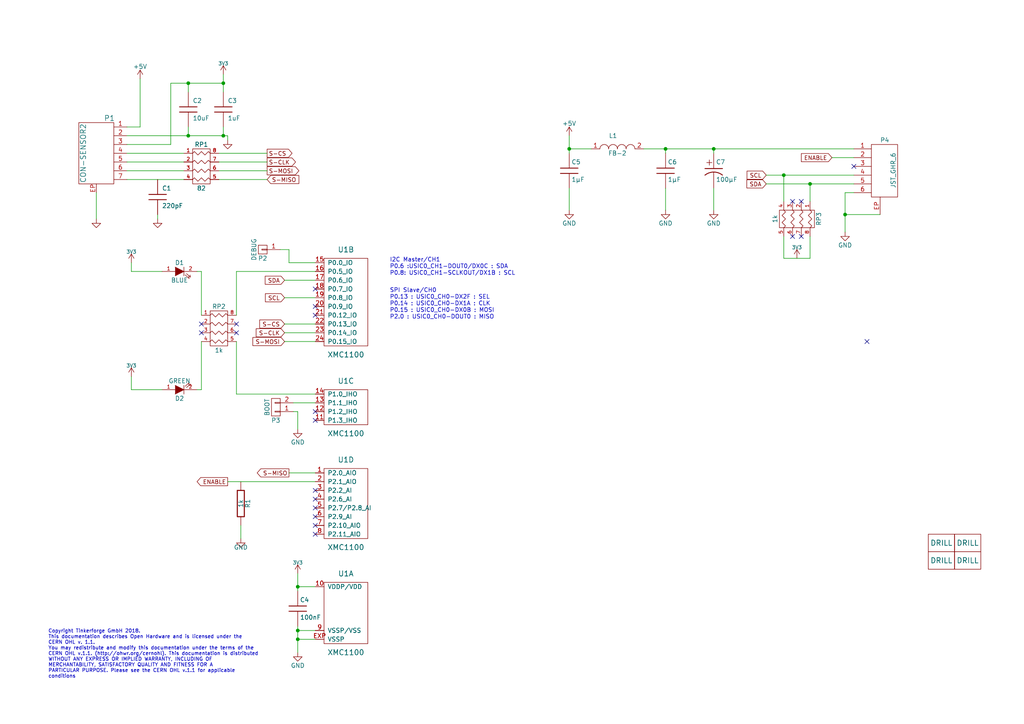
<source format=kicad_sch>
(kicad_sch (version 20211123) (generator eeschema)
  (paper "A4")
  (title_block (title "Laser Range Finder Bricklet 2.0") (date "2018-09-04") (rev "2.0") (company "Tinkerforge GmbH") (comment 1 "Licensed under CERN OHL v.1.1") (comment 2 "Copyright (©) 2018, T.Schneidermann <tim@tinkerforge.com>"))
  (lib_symbols
    (symbol "tinkerforge:+5V" (power) (pin_names (offset 0))
      (property "Value" "+5V" (at 0 3.556 0))
      (symbol "+5V_0_1"
        (polyline (pts (xy -0.762 1.27) (xy 0 2.54)))
        (polyline (pts (xy 0 0) (xy 0 2.54)))
        (polyline (pts (xy 0 2.54) (xy 0.762 1.27)))
      )
      (symbol "+5V_1_1"
        (pin power_in line (at 0 0 90) (length 0) hide (name "+5V") (number "1"))
      )
    )
    (symbol "tinkerforge:3V3" (power) (pin_names (offset 0))
      (property "Value" "3V3" (at 0 3.556 0))
      (symbol "3V3_0_1"
        (polyline (pts (xy -0.762 1.27) (xy 0 2.54)))
        (polyline (pts (xy 0 0) (xy 0 2.54)))
        (polyline (pts (xy 0 2.54) (xy 0.762 1.27)))
      )
      (symbol "3V3_1_1"
        (pin power_in line (at 0 0 90) (length 0) hide (name "3V3") (number "1"))
      )
    )
    (symbol "tinkerforge:C" (pin_numbers hide) (pin_names (offset 0.254))
      (property "Reference" "C" (at 1.27 2.54 0))
      (property "Value" "C" (at 1.27 -2.54 0))
      (symbol "C_0_1"
        (polyline (pts (xy -2.54 -0.762) (xy 2.54 -0.762)) (stroke (width 0.254)))
        (polyline (pts (xy -2.54 0.762) (xy 2.54 0.762)) (stroke (width 0.254)))
      )
      (symbol "C_1_1"
        (pin passive line (at 0 5.08 270) (length 4.318) (name "~") (number "1"))
        (pin passive line (at 0 -5.08 90) (length 4.318) (name "~") (number "2"))
      )
    )
    (symbol "tinkerforge:CON-SENSOR2" (pin_names (offset 1.016))
      (property "Reference" "P" (at -3.81 10.16 0))
      (property "Value" "CON-SENSOR2" (at 3.81 0 90))
      (symbol "CON-SENSOR2_0_1"
        (rectangle (start -5.08 8.89) (end 5.08 -8.89))
      )
      (symbol "CON-SENSOR2_1_1"
        (pin passive line (at -8.89 7.62 0) (length 3.81) (name "~") (number "1"))
        (pin passive line (at -8.89 5.08 0) (length 3.81) (name "~") (number "2"))
        (pin passive line (at -8.89 2.54 0) (length 3.81) (name "~") (number "3"))
        (pin passive line (at -8.89 0 0) (length 3.81) (name "~") (number "4"))
        (pin passive line (at -8.89 -2.54 0) (length 3.81) (name "~") (number "5"))
        (pin passive line (at -8.89 -5.08 0) (length 3.81) (name "~") (number "6"))
        (pin passive line (at -8.89 -7.62 0) (length 3.81) (name "~") (number "7"))
        (pin passive line (at 0 -11.43 90) (length 2.54) (name "~") (number "EP"))
      )
    )
    (symbol "tinkerforge:CONN_01X01" (pin_names (offset 1.016) hide)
      (property "Reference" "P" (at 0 2.54 0))
      (property "Value" "CONN_01X01" (at 2.54 0 90))
      (symbol "CONN_01X01_0_1"
        (rectangle (start -1.27 0.127) (end 0.254 -0.127))
        (rectangle (start -1.27 1.27) (end 1.27 -1.27))
      )
      (symbol "CONN_01X01_1_1"
        (pin passive line (at -5.08 0 0) (length 3.81) (name "P1") (number "1"))
      )
    )
    (symbol "tinkerforge:CONN_01X02" (pin_names (offset 1.016) hide)
      (property "Reference" "P" (at 0 3.81 0))
      (property "Value" "CONN_01X02" (at 2.54 0 90))
      (symbol "CONN_01X02_0_1"
        (rectangle (start -1.27 -1.143) (end 0.254 -1.397))
        (rectangle (start -1.27 1.397) (end 0.254 1.143))
        (rectangle (start -1.27 2.54) (end 1.27 -2.54))
      )
      (symbol "CONN_01X02_1_1"
        (pin passive line (at -5.08 1.27 0) (length 3.81) (name "P1") (number "1"))
        (pin passive line (at -5.08 -1.27 0) (length 3.81) (name "P2") (number "2"))
      )
    )
    (symbol "tinkerforge:CP1" (pin_numbers hide) (pin_names (offset 0.254) hide)
      (property "Reference" "C" (at 1.27 2.54 0))
      (property "Value" "CP1" (at 1.27 -2.54 0))
      (symbol "CP1_0_0"
        (text "+" (at -1.27 2.54 0) (effects (font (size 2.032 2.032))))
      )
      (symbol "CP1_0_1"
        (polyline (pts (xy 0 1.27) (xy 0 0.762) (xy 0 0.762)))
        (polyline (pts (xy 2.54 0.635) (xy -2.54 0.635) (xy -2.54 0.635)) (stroke (width 0.254)))
        (arc (start 2.54 -1.27) (mid 0 -0.379) (end -2.54 -1.27) (stroke (width 0.254)))
      )
      (symbol "CP1_1_1"
        (pin passive line (at 0 5.08 270) (length 3.81) (name "~") (number "1"))
        (pin passive line (at 0 -5.08 90) (length 4.572) (name "~") (number "2"))
      )
    )
    (symbol "tinkerforge:DRILL" (pin_numbers hide) (pin_names (offset 0) hide)
      (property "Value" "DRILL" (at 0 0 0))
      (symbol "DRILL_0_1"
        (rectangle (start -3.81 2.54) (end 3.81 -2.54))
      )
    )
    (symbol "tinkerforge:GND" (power) (pin_names (offset 0))
      (property "Value" "GND" (at 0 -5.08 0))
      (symbol "GND_0_1"
        (polyline (pts (xy 0 0) (xy 0 -1.27) (xy 1.27 -1.27) (xy 0 -2.54) (xy -1.27 -1.27) (xy 0 -1.27)))
      )
      (symbol "GND_1_1"
        (pin power_in line (at 0 0 270) (length 0) hide (name "GND") (number "1"))
      )
    )
    (symbol "tinkerforge:INDUCTOR" (pin_names (offset 1.016))
      (property "Reference" "L" (at 0 2.54 0))
      (property "Value" "INDUCTOR" (at 0 -2.54 0))
      (symbol "INDUCTOR_0_1"
        (arc (start -2.54 0) (mid -3.81 1.27) (end -5.08 0))
        (arc (start 0 0) (mid -1.27 1.27) (end -2.54 0))
        (arc (start 2.54 0) (mid 1.27 1.27) (end 0 0))
        (arc (start 5.08 0) (mid 3.81 1.27) (end 2.54 0))
      )
      (symbol "INDUCTOR_1_1"
        (pin input line (at -7.62 0 0) (length 2.54) (name "~") (number "1"))
        (pin input line (at 7.62 0 180) (length 2.54) (name "~") (number "2"))
      )
    )
    (symbol "tinkerforge:JST_GHR_6" (pin_names (offset 1.016))
      (property "Reference" "P" (at 0 8.89 0))
      (property "Value" "JST_GHR_6" (at 1.27 0 90))
      (symbol "JST_GHR_6_0_1"
        (rectangle (start -3.81 -7.62) (end 3.81 7.62))
      )
      (symbol "JST_GHR_6_1_1"
        (pin passive line (at -8.89 6.35 0) (length 5.08) (name "~") (number "1"))
        (pin passive line (at -8.89 3.81 0) (length 5.08) (name "~") (number "2"))
        (pin passive line (at -8.89 1.27 0) (length 5.08) (name "~") (number "3"))
        (pin passive line (at -8.89 -1.27 0) (length 5.08) (name "~") (number "4"))
        (pin passive line (at -8.89 -3.81 0) (length 5.08) (name "~") (number "5"))
        (pin passive line (at -8.89 -6.35 0) (length 5.08) (name "~") (number "6"))
        (pin passive line (at -1.27 -12.7 90) (length 5.08) (name "~") (number "EP"))
      )
    )
    (symbol "tinkerforge:LED" (pin_names (offset 1.016) hide)
      (property "Reference" "D" (at 0 2.54 0))
      (property "Value" "LED" (at 0 -2.54 0))
      (symbol "LED_0_1"
        (polyline (pts (xy 1.27 1.27) (xy 1.27 -1.27)))
        (polyline (pts (xy -1.27 1.27) (xy 1.27 0) (xy -1.27 -1.27)) (fill (type outline)))
        (polyline (pts (xy 1.651 -1.016) (xy 2.794 -2.032) (xy 2.667 -1.397)))
        (polyline (pts (xy 2.032 -0.635) (xy 3.175 -1.651) (xy 3.048 -1.016)))
      )
      (symbol "LED_1_1"
        (pin passive line (at -5.08 0 0) (length 3.81) (name "A") (number "1"))
        (pin passive line (at 5.08 0 180) (length 3.81) (name "K") (number "2"))
      )
    )
    (symbol "tinkerforge:R" (pin_numbers hide) (pin_names (offset 0))
      (property "Reference" "R" (at 2.032 0 90))
      (property "Value" "R" (at 0 0 90))
      (symbol "R_0_1"
        (rectangle (start -1.016 3.81) (end 1.016 -3.81) (stroke (width 0.3048)))
      )
      (symbol "R_1_1"
        (pin passive line (at 0 6.35 270) (length 2.54) (name "~") (number "1"))
        (pin passive line (at 0 -6.35 90) (length 2.54) (name "~") (number "2"))
      )
    )
    (symbol "tinkerforge:R_PACK4" (pin_names hide)
      (property "Reference" "RP" (at 0 11.43 0))
      (property "Value" "R_PACK4" (at 0 -1.27 0))
      (symbol "R_PACK4_0_1"
        (polyline (pts (xy -2.54 10.16) (xy -2.54 0) (xy 2.54 0) (xy 2.54 10.16) (xy -2.54 10.16)))
        (polyline (pts (xy -2.54 1.27) (xy -2.032 1.778) (xy -1.016 0.762) (xy 0 1.778) (xy 1.016 0.762) (xy 2.032 1.778) (xy 2.54 1.27)))
        (polyline (pts (xy -2.54 3.81) (xy -2.032 4.318) (xy -1.016 3.302) (xy 0 4.318) (xy 1.016 3.302) (xy 2.032 4.318) (xy 2.54 3.81)))
        (polyline (pts (xy -2.54 6.35) (xy -2.032 6.858) (xy -1.016 5.842) (xy 0 6.858) (xy 1.016 5.842) (xy 2.032 6.858) (xy 2.54 6.35)))
        (polyline (pts (xy -2.54 8.89) (xy -2.032 9.398) (xy -1.016 8.382) (xy 0 9.398) (xy 1.016 8.382) (xy 2.032 9.398) (xy 2.54 8.89)))
      )
      (symbol "R_PACK4_1_1"
        (pin passive line (at -5.08 8.89 0) (length 2.54) (name "P1") (number "1"))
        (pin passive line (at -5.08 6.35 0) (length 2.54) (name "P2") (number "2"))
        (pin passive line (at -5.08 3.81 0) (length 2.54) (name "P3") (number "3"))
        (pin passive line (at -5.08 1.27 0) (length 2.54) (name "P4") (number "4"))
        (pin passive line (at 5.08 1.27 180) (length 2.54) (name "R4") (number "5"))
        (pin passive line (at 5.08 3.81 180) (length 2.54) (name "R3") (number "6"))
        (pin passive line (at 5.08 6.35 180) (length 2.54) (name "R2") (number "7"))
        (pin passive line (at 5.08 8.89 180) (length 2.54) (name "R1") (number "8"))
      )
    )
    (symbol "tinkerforge:XMC1XXX24" (pin_names (offset 1.016))
      (property "Reference" "U" (at -3.81 15.24 0))
      (property "Value" "XMC1XXX24" (at 0 -16.51 0))
      (symbol "XMC1XXX24_1_1"
        (rectangle (start -6.35 8.89) (end 6.35 -8.89))
        (pin passive line (at -8.89 7.62 0) (length 2.54) (name "VDDP/VDD") (number "10"))
        (pin passive line (at -8.89 -5.08 0) (length 2.54) (name "VSSP/VSS") (number "9"))
        (pin passive line (at -8.89 -7.62 0) (length 2.54) (name "VSSP") (number "EXP"))
      )
      (symbol "XMC1XXX24_2_1"
        (rectangle (start -6.35 12.7) (end 6.35 -12.7))
        (pin passive line (at -8.89 11.43 0) (length 2.54) (name "P0.0_IO") (number "15"))
        (pin passive line (at -8.89 8.89 0) (length 2.54) (name "P0.5_IO") (number "16"))
        (pin passive line (at -8.89 6.35 0) (length 2.54) (name "P0.6_IO") (number "17"))
        (pin passive line (at -8.89 3.81 0) (length 2.54) (name "P0.7_IO") (number "18"))
        (pin passive line (at -8.89 1.27 0) (length 2.54) (name "P0.8_IO") (number "19"))
        (pin passive line (at -8.89 -1.27 0) (length 2.54) (name "P0.9_IO") (number "20"))
        (pin passive line (at -8.89 -3.81 0) (length 2.54) (name "P0.12_IO") (number "21"))
        (pin passive line (at -8.89 -6.35 0) (length 2.54) (name "P0.13_IO") (number "22"))
        (pin passive line (at -8.89 -8.89 0) (length 2.54) (name "P0.14_IO") (number "23"))
        (pin passive line (at -8.89 -11.43 0) (length 2.54) (name "P0.15_IO") (number "24"))
      )
      (symbol "XMC1XXX24_3_1"
        (rectangle (start -6.35 5.08) (end 6.35 -5.08))
        (pin passive line (at -8.89 -3.81 0) (length 2.54) (name "P1.3_IHO") (number "11"))
        (pin passive line (at -8.89 -1.27 0) (length 2.54) (name "P1.2_IHO") (number "12"))
        (pin passive line (at -8.89 1.27 0) (length 2.54) (name "P1.1_IHO") (number "13"))
        (pin passive line (at -8.89 3.81 0) (length 2.54) (name "P1.0_IHO") (number "14"))
      )
      (symbol "XMC1XXX24_4_1"
        (rectangle (start -6.35 10.16) (end 6.35 -10.16))
        (pin passive line (at -8.89 8.89 0) (length 2.54) (name "P2.0_AIO") (number "1"))
        (pin passive line (at -8.89 6.35 0) (length 2.54) (name "P2.1_AIO") (number "2"))
        (pin passive line (at -8.89 3.81 0) (length 2.54) (name "P2.2_AI") (number "3"))
        (pin passive line (at -8.89 1.27 0) (length 2.54) (name "P2.6_AI") (number "4"))
        (pin passive line (at -8.89 -1.27 0) (length 2.54) (name "P2.7/P2.8_AI") (number "5"))
        (pin passive line (at -8.89 -3.81 0) (length 2.54) (name "P2.9_AI") (number "6"))
        (pin passive line (at -8.89 -6.35 0) (length 2.54) (name "P2.10_AIO") (number "7"))
        (pin passive line (at -8.89 -8.89 0) (length 2.54) (name "P2.11_AIO") (number "8"))
      )
    )
  )
  (junction (at 234.95 53.34))
  (junction (at 54.61 39.37))
  (junction (at 64.77 39.37))
  (junction (at 227.33 50.8))
  (junction (at 86.36 185.42))
  (junction (at 86.36 170.18))
  (junction (at 193.04 43.18))
  (junction (at 86.36 182.88))
  (junction (at 54.61 24.13))
  (junction (at 165.1 43.18))
  (junction (at 245.11 62.23))
  (junction (at 64.77 24.13))
  (junction (at 207.01 43.18))
  (no_connect (at 232.41 58.42))
  (no_connect (at 68.58 93.98))
  (no_connect (at 229.87 68.58))
  (no_connect (at 91.44 154.94))
  (no_connect (at 229.87 58.42))
  (no_connect (at 91.44 142.24))
  (no_connect (at 232.41 68.58))
  (no_connect (at 91.44 121.92))
  (no_connect (at 91.44 152.4))
  (no_connect (at 91.44 91.44))
  (no_connect (at 91.44 147.32))
  (no_connect (at 68.58 96.52))
  (no_connect (at 58.42 96.52))
  (no_connect (at 91.44 83.82))
  (no_connect (at 247.65 48.26))
  (no_connect (at 91.44 144.78))
  (no_connect (at 251.46 99.06))
  (no_connect (at 91.44 88.9))
  (no_connect (at 91.44 149.86))
  (no_connect (at 91.44 119.38))
  (no_connect (at 58.42 93.98))
  (wire (pts (xy 234.95 74.93) (xy 234.95 68.58)))
  (wire (pts (xy 222.25 53.34) (xy 234.95 53.34)))
  (wire (pts (xy 247.65 45.72) (xy 241.3 45.72)))
  (wire (pts (xy 83.82 76.2) (xy 83.82 72.39)))
  (wire (pts (xy 36.83 49.53) (xy 53.34 49.53)))
  (wire (pts (xy 207.01 54.61) (xy 207.01 60.96)))
  (wire (pts (xy 58.42 113.03) (xy 57.15 113.03)))
  (wire (pts (xy 86.36 185.42) (xy 86.36 189.23)))
  (wire (pts (xy 165.1 54.61) (xy 165.1 60.96)))
  (wire (pts (xy 58.42 91.44) (xy 58.42 78.74)))
  (wire (pts (xy 227.33 50.8) (xy 247.65 50.8)))
  (wire (pts (xy 86.36 170.18) (xy 86.36 171.45)))
  (wire (pts (xy 54.61 39.37) (xy 64.77 39.37)))
  (wire (pts (xy 38.1 113.03) (xy 38.1 109.22)))
  (wire (pts (xy 171.45 43.18) (xy 165.1 43.18)))
  (wire (pts (xy 245.11 55.88) (xy 245.11 62.23)))
  (wire (pts (xy 207.01 43.18) (xy 247.65 43.18)))
  (wire (pts (xy 27.94 55.88) (xy 27.94 63.5)))
  (wire (pts (xy 255.27 62.23) (xy 245.11 62.23)))
  (wire (pts (xy 68.58 114.3) (xy 91.44 114.3)))
  (wire (pts (xy 227.33 58.42) (xy 227.33 50.8)))
  (wire (pts (xy 245.11 62.23) (xy 245.11 67.31)))
  (wire (pts (xy 68.58 99.06) (xy 68.58 114.3)))
  (wire (pts (xy 54.61 24.13) (xy 54.61 26.67)))
  (wire (pts (xy 49.53 24.13) (xy 54.61 24.13)))
  (wire (pts (xy 86.36 185.42) (xy 91.44 185.42)))
  (wire (pts (xy 82.55 99.06) (xy 91.44 99.06)))
  (wire (pts (xy 247.65 55.88) (xy 245.11 55.88)))
  (wire (pts (xy 165.1 39.37) (xy 165.1 43.18)))
  (wire (pts (xy 91.44 96.52) (xy 82.55 96.52)))
  (wire (pts (xy 36.83 52.07) (xy 53.34 52.07)))
  (wire (pts (xy 234.95 53.34) (xy 247.65 53.34)))
  (wire (pts (xy 36.83 39.37) (xy 54.61 39.37)))
  (wire (pts (xy 64.77 39.37) (xy 64.77 36.83)))
  (wire (pts (xy 83.82 72.39) (xy 81.28 72.39)))
  (wire (pts (xy 46.99 78.74) (xy 38.1 78.74)))
  (wire (pts (xy 83.82 76.2) (xy 91.44 76.2)))
  (wire (pts (xy 64.77 21.59) (xy 64.77 24.13)))
  (wire (pts (xy 36.83 41.91) (xy 49.53 41.91)))
  (wire (pts (xy 91.44 137.16) (xy 83.82 137.16)))
  (wire (pts (xy 68.58 78.74) (xy 91.44 78.74)))
  (wire (pts (xy 69.85 156.21) (xy 69.85 152.4)))
  (wire (pts (xy 64.77 39.37) (xy 66.04 39.37)))
  (wire (pts (xy 38.1 78.74) (xy 38.1 76.2)))
  (wire (pts (xy 46.99 113.03) (xy 38.1 113.03)))
  (wire (pts (xy 227.33 74.93) (xy 234.95 74.93)))
  (wire (pts (xy 86.36 182.88) (xy 91.44 182.88)))
  (wire (pts (xy 40.64 36.83) (xy 36.83 36.83)))
  (wire (pts (xy 40.64 22.86) (xy 40.64 36.83)))
  (wire (pts (xy 82.55 81.28) (xy 91.44 81.28)))
  (wire (pts (xy 58.42 78.74) (xy 57.15 78.74)))
  (wire (pts (xy 86.36 182.88) (xy 86.36 185.42)))
  (wire (pts (xy 207.01 44.45) (xy 207.01 43.18)))
  (wire (pts (xy 193.04 43.18) (xy 207.01 43.18)))
  (wire (pts (xy 36.83 44.45) (xy 53.34 44.45)))
  (wire (pts (xy 64.77 24.13) (xy 64.77 26.67)))
  (wire (pts (xy 186.69 43.18) (xy 193.04 43.18)))
  (wire (pts (xy 54.61 36.83) (xy 54.61 39.37)))
  (wire (pts (xy 86.36 166.37) (xy 86.36 170.18)))
  (wire (pts (xy 49.53 41.91) (xy 49.53 24.13)))
  (wire (pts (xy 193.04 44.45) (xy 193.04 43.18)))
  (wire (pts (xy 53.34 46.99) (xy 36.83 46.99)))
  (wire (pts (xy 222.25 50.8) (xy 227.33 50.8)))
  (wire (pts (xy 86.36 181.61) (xy 86.36 182.88)))
  (wire (pts (xy 68.58 91.44) (xy 68.58 78.74)))
  (wire (pts (xy 227.33 68.58) (xy 227.33 74.93)))
  (wire (pts (xy 63.5 46.99) (xy 77.47 46.99)))
  (wire (pts (xy 85.09 119.38) (xy 86.36 119.38)))
  (wire (pts (xy 66.04 39.37) (xy 66.04 40.64)))
  (wire (pts (xy 86.36 170.18) (xy 91.44 170.18)))
  (wire (pts (xy 63.5 49.53) (xy 77.47 49.53)))
  (wire (pts (xy 45.72 63.5) (xy 45.72 62.23)))
  (wire (pts (xy 58.42 99.06) (xy 58.42 113.03)))
  (wire (pts (xy 63.5 44.45) (xy 77.47 44.45)))
  (wire (pts (xy 86.36 119.38) (xy 86.36 124.46)))
  (wire (pts (xy 82.55 93.98) (xy 91.44 93.98)))
  (wire (pts (xy 234.95 58.42) (xy 234.95 53.34)))
  (wire (pts (xy 165.1 43.18) (xy 165.1 44.45)))
  (wire (pts (xy 63.5 52.07) (xy 77.47 52.07)))
  (wire (pts (xy 54.61 24.13) (xy 64.77 24.13)))
  (wire (pts (xy 85.09 116.84) (xy 91.44 116.84)))
  (wire (pts (xy 82.55 86.36) (xy 91.44 86.36)))
  (wire (pts (xy 193.04 54.61) (xy 193.04 60.96)))
  (wire (pts (xy 66.04 139.7) (xy 91.44 139.7)))
  (text "Copyright Tinkerforge GmbH 2018.\nThis documentation describes Open Hardware and is licensed under the\nCERN OHL v. 1.1.\nYou may redistribute and modify this documentation under the terms of the\nCERN OHL v.1.1. (http://ohwr.org/cernohl). This documentation is distributed\nWITHOUT ANY EXPRESS OR IMPLIED WARRANTY, INCLUDING OF\nMERCHANTABILITY, SATISFACTORY QUALITY AND FITNESS FOR A\nPARTICULAR PURPOSE. Please see the CERN OHL v.1.1 for applicable\nconditions\n" (at 13.97 196.85 0) (effects (font (size 1.016 1.016)) (justify left bottom)))
  (text "I2C Master/CH1\nP0.6 :USIC0_CH1-DOUT0/DX0C : SDA\nP0.8: USIC0_CH1-SCLKOUT/DX1B : SCL" (at 113.03 80.01 0) (effects (font (size 1.1938 1.1938)) (justify left bottom)))
  (text "SPI Slave/CH0\nP0.13 : USIC0_CH0-DX2F : SEL\nP0.14 : USIC0_CH0-DX1A : CLK\nP0.15 : USIC0_CH0-DX0B : MOSI\nP2.0 : USIC0_CH0-DOUT0 : MISO" (at 113.03 92.71 0) (effects (font (size 1.1938 1.1938)) (justify left bottom)))
  (global_label "ENABLE" (shape input) (at 241.3 45.72 180) (effects (font (size 1.1938 1.1938))) (property "Intersheet References" "${INTERSHEET_REFS}" (effects hide)))
  (global_label "S-MISO" (shape input) (at 77.47 52.07 0) (effects (font (size 1.1938 1.1938))) (property "Intersheet References" "${INTERSHEET_REFS}" (effects hide)))
  (global_label "SDA" (shape input) (at 222.25 53.34 180) (effects (font (size 1.1938 1.1938))) (property "Intersheet References" "${INTERSHEET_REFS}" (effects hide)))
  (global_label "S-CS" (shape output) (at 77.47 44.45 0) (effects (font (size 1.1938 1.1938))) (property "Intersheet References" "${INTERSHEET_REFS}" (effects hide)))
  (global_label "S-CLK" (shape input) (at 82.55 96.52 180) (effects (font (size 1.1938 1.1938))) (property "Intersheet References" "${INTERSHEET_REFS}" (effects hide)))
  (global_label "SCL" (shape input) (at 222.25 50.8 180) (effects (font (size 1.1938 1.1938))) (property "Intersheet References" "${INTERSHEET_REFS}" (effects hide)))
  (global_label "S-CS" (shape input) (at 82.55 93.98 180) (effects (font (size 1.1938 1.1938))) (property "Intersheet References" "${INTERSHEET_REFS}" (effects hide)))
  (global_label "ENABLE" (shape output) (at 66.04 139.7 180) (effects (font (size 1.1938 1.1938))) (property "Intersheet References" "${INTERSHEET_REFS}" (effects hide)))
  (global_label "S-MOSI" (shape output) (at 77.47 49.53 0) (effects (font (size 1.1938 1.1938))) (property "Intersheet References" "${INTERSHEET_REFS}" (effects hide)))
  (global_label "S-MOSI" (shape input) (at 82.55 99.06 180) (effects (font (size 1.1938 1.1938))) (property "Intersheet References" "${INTERSHEET_REFS}" (effects hide)))
  (global_label "SDA" (shape input) (at 82.55 81.28 180) (effects (font (size 1.1938 1.1938))) (property "Intersheet References" "${INTERSHEET_REFS}" (effects hide)))
  (global_label "S-MISO" (shape output) (at 83.82 137.16 180) (effects (font (size 1.1938 1.1938))) (property "Intersheet References" "${INTERSHEET_REFS}" (effects hide)))
  (global_label "S-CLK" (shape output) (at 77.47 46.99 0) (effects (font (size 1.1938 1.1938))) (property "Intersheet References" "${INTERSHEET_REFS}" (effects hide)))
  (global_label "SCL" (shape input) (at 82.55 86.36 180) (effects (font (size 1.1938 1.1938))) (property "Intersheet References" "${INTERSHEET_REFS}" (effects hide)))
  (symbol (lib_id "tinkerforge:CON-SENSOR2") (at 27.94 44.45 0) (mirror y) (unit 1)
    (property "Reference" "P1" (at 31.75 34.29 0) (effects (font (size 1.524 1.524))))
    (property "Value" "CON-SENSOR2" (at 24.13 44.45 90) (effects (font (size 1.524 1.524))))
    (property "Footprint" "CON-SENSOR2" (effects hide))
  )
  (symbol (lib_id "tinkerforge:R_PACK4") (at 58.42 53.34 0) (unit 1)
    (property "Reference" "RP1" (at 58.42 41.91 0))
    (property "Value" "82" (at 58.42 54.61 0))
    (property "Footprint" "4X0402" (effects hide))
  )
  (symbol (lib_id "tinkerforge:C") (at 45.72 57.15 0) (unit 1)
    (property "Reference" "C1" (at 46.99 54.61 0) (effects (justify left)))
    (property "Value" "220pF" (at 46.99 59.69 0) (effects (justify left)))
    (property "Footprint" "C0402E" (effects hide))
  )
  (symbol (lib_id "tinkerforge:GND") (at 45.72 63.5 0) (unit 1)
    (property "Reference" "#PWR01" (effects hide))
    (property "Value" "GND" (effects hide))
  )
  (symbol (lib_id "tinkerforge:GND") (at 27.94 63.5 0) (unit 1)
    (property "Reference" "#PWR02" (effects hide))
    (property "Value" "GND" (effects hide))
  )
  (symbol (lib_id "tinkerforge:+5V") (at 40.64 22.86 0) (unit 1)
    (property "Reference" "#PWR03" (effects hide))
    (property "Value" "+5V" (at 40.64 19.304 0))
  )
  (symbol (lib_id "tinkerforge:C") (at 54.61 31.75 0) (unit 1)
    (property "Reference" "C2" (at 55.88 29.21 0) (effects (justify left)))
    (property "Value" "10uF" (at 55.88 34.29 0) (effects (justify left)))
    (property "Footprint" "C0805E" (effects hide))
  )
  (symbol (lib_id "tinkerforge:C") (at 64.77 31.75 0) (unit 1)
    (property "Reference" "C3" (at 66.04 29.21 0) (effects (justify left)))
    (property "Value" "1uF" (at 66.04 34.29 0) (effects (justify left)))
    (property "Footprint" "C0603F" (effects hide))
  )
  (symbol (lib_id "tinkerforge:3V3") (at 64.77 21.59 0) (unit 1)
    (property "Reference" "#PWR04" (effects hide))
    (property "Value" "3V3" (at 64.77 18.415 0) (effects (font (size 1.016 1.016))))
  )
  (symbol (lib_id "tinkerforge:GND") (at 66.04 40.64 0) (unit 1)
    (property "Reference" "#PWR05" (effects hide))
    (property "Value" "GND" (effects hide))
  )
  (symbol (lib_id "tinkerforge:XMC1XXX24") (at 100.33 177.8 0) (unit 1)
    (property "Reference" "U1" (at 100.33 166.37 0) (effects (font (size 1.524 1.524))))
    (property "Value" "XMC1100" (at 100.33 189.23 0) (effects (font (size 1.524 1.524))))
    (property "Footprint" "QFN24-4x4mm-0.5mm" (effects hide))
  )
  (symbol (lib_id "tinkerforge:XMC1XXX24") (at 100.33 87.63 0) (unit 2)
    (property "Reference" "U1" (at 100.33 72.39 0) (effects (font (size 1.524 1.524))))
    (property "Value" "XMC1100" (at 100.33 102.87 0) (effects (font (size 1.524 1.524))))
    (property "Footprint" "QFN24-4x4mm-0.5mm" (effects hide))
  )
  (symbol (lib_id "tinkerforge:XMC1XXX24") (at 100.33 118.11 0) (unit 3)
    (property "Reference" "U1" (at 100.33 110.49 0) (effects (font (size 1.524 1.524))))
    (property "Value" "XMC1100" (at 100.33 125.73 0) (effects (font (size 1.524 1.524))))
    (property "Footprint" "QFN24-4x4mm-0.5mm" (effects hide))
  )
  (symbol (lib_id "tinkerforge:XMC1XXX24") (at 100.33 146.05 0) (unit 4)
    (property "Reference" "U1" (at 100.33 133.35 0) (effects (font (size 1.524 1.524))))
    (property "Value" "XMC1100" (at 100.33 158.75 0) (effects (font (size 1.524 1.524))))
    (property "Footprint" "QFN24-4x4mm-0.5mm" (effects hide))
  )
  (symbol (lib_id "tinkerforge:C") (at 193.04 49.53 0) (unit 1)
    (property "Reference" "C6" (at 193.675 46.99 0) (effects (justify left)))
    (property "Value" "1µF" (at 193.675 52.07 0) (effects (justify left)))
    (property "Footprint" "C0603E" (effects hide))
  )
  (symbol (lib_id "tinkerforge:C") (at 165.1 49.53 0) (unit 1)
    (property "Reference" "C5" (at 165.735 46.99 0) (effects (justify left)))
    (property "Value" "1µF" (at 165.735 52.07 0) (effects (justify left)))
    (property "Footprint" "C0603E" (effects hide))
  )
  (symbol (lib_id "tinkerforge:CP1") (at 207.01 49.53 0) (unit 1)
    (property "Reference" "C7" (at 207.645 46.99 0) (effects (justify left)))
    (property "Value" "100µF" (at 207.645 52.07 0) (effects (justify left)))
    (property "Footprint" "3528-21" (effects hide))
  )
  (symbol (lib_id "tinkerforge:INDUCTOR") (at 179.07 43.18 0) (unit 1)
    (property "Reference" "L1" (at 177.8 39.37 0))
    (property "Value" "FB-2" (at 179.07 44.45 0))
    (property "Footprint" "R0603E" (effects hide))
  )
  (symbol (lib_id "tinkerforge:GND") (at 165.1 60.96 0) (unit 1)
    (property "Reference" "#PWR06" (effects hide))
    (property "Value" "GND" (at 165.1 64.77 0))
  )
  (symbol (lib_id "tinkerforge:GND") (at 193.04 60.96 0) (unit 1)
    (property "Reference" "#PWR07" (effects hide))
    (property "Value" "GND" (at 193.04 64.77 0))
  )
  (symbol (lib_id "tinkerforge:GND") (at 207.01 60.96 0) (unit 1)
    (property "Reference" "#PWR08" (effects hide))
    (property "Value" "GND" (at 207.01 64.77 0))
  )
  (symbol (lib_id "tinkerforge:+5V") (at 165.1 39.37 0) (unit 1)
    (property "Reference" "#PWR09" (effects hide))
    (property "Value" "+5V" (at 165.1 35.814 0))
  )
  (symbol (lib_id "tinkerforge:GND") (at 245.11 67.31 0) (unit 1)
    (property "Reference" "#PWR010" (effects hide))
    (property "Value" "GND" (at 245.11 71.12 0))
  )
  (symbol (lib_id "tinkerforge:GND") (at 86.36 189.23 0) (unit 1)
    (property "Reference" "#PWR011" (effects hide))
    (property "Value" "GND" (at 86.36 193.04 0))
  )
  (symbol (lib_id "tinkerforge:3V3") (at 86.36 166.37 0) (unit 1)
    (property "Reference" "#PWR012" (effects hide))
    (property "Value" "3V3" (at 86.36 163.195 0) (effects (font (size 1.016 1.016))))
  )
  (symbol (lib_id "tinkerforge:C") (at 86.36 176.53 0) (unit 1)
    (property "Reference" "C4" (at 86.995 173.99 0) (effects (justify left)))
    (property "Value" "100nF" (at 86.995 179.07 0) (effects (justify left)))
    (property "Footprint" "C0603F" (effects hide))
  )
  (symbol (lib_id "tinkerforge:LED") (at 52.07 78.74 0) (unit 1)
    (property "Reference" "D1" (at 52.07 76.2 0))
    (property "Value" "BLUE" (at 52.07 81.28 0))
    (property "Footprint" "D0603F" (effects hide))
  )
  (symbol (lib_id "tinkerforge:3V3") (at 38.1 76.2 0) (unit 1)
    (property "Reference" "#PWR013" (effects hide))
    (property "Value" "3V3" (at 38.1 73.025 0) (effects (font (size 1.016 1.016))))
  )
  (symbol (lib_id "tinkerforge:CONN_01X02") (at 80.01 118.11 180) (unit 1)
    (property "Reference" "P3" (at 80.01 121.92 0))
    (property "Value" "BOOT" (at 77.47 118.11 90))
    (property "Footprint" "SolderJumper" (effects hide))
  )
  (symbol (lib_id "tinkerforge:GND") (at 86.36 124.46 0) (unit 1)
    (property "Reference" "#PWR014" (effects hide))
    (property "Value" "GND" (at 86.36 128.27 0))
  )
  (symbol (lib_id "tinkerforge:CONN_01X01") (at 76.2 72.39 180) (unit 1)
    (property "Reference" "P2" (at 76.2 74.93 0))
    (property "Value" "DEBUG" (at 73.66 72.39 90))
    (property "Footprint" "DEBUG_PAD" (effects hide))
  )
  (symbol (lib_id "tinkerforge:R_PACK4") (at 226.06 63.5 270) (unit 1)
    (property "Reference" "RP3" (at 237.49 63.5 0))
    (property "Value" "1k" (at 224.79 63.5 0))
    (property "Footprint" "4X0603" (effects hide))
  )
  (symbol (lib_id "tinkerforge:3V3") (at 231.14 74.93 0) (unit 1)
    (property "Reference" "#PWR015" (effects hide))
    (property "Value" "3V3" (at 231.14 71.755 0) (effects (font (size 1.016 1.016))))
  )
  (symbol (lib_id "tinkerforge:R") (at 69.85 146.05 0) (unit 1)
    (property "Reference" "R1" (at 71.882 146.05 90))
    (property "Value" "1k" (at 69.85 146.05 90))
    (property "Footprint" "R0603E" (effects hide))
  )
  (symbol (lib_id "tinkerforge:GND") (at 69.85 156.21 0) (unit 1)
    (property "Reference" "#PWR016" (effects hide))
    (property "Value" "GND" (at 69.85 158.75 0))
  )
  (symbol (lib_id "tinkerforge:LED") (at 52.07 113.03 0) (mirror x) (unit 1)
    (property "Reference" "D2" (at 52.07 115.57 0))
    (property "Value" "GREEN" (at 52.07 110.49 0))
    (property "Footprint" "D0603F" (effects hide))
  )
  (symbol (lib_id "tinkerforge:3V3") (at 38.1 109.22 0) (unit 1)
    (property "Reference" "#PWR017" (effects hide))
    (property "Value" "3V3" (at 38.1 106.045 0) (effects (font (size 1.016 1.016))))
  )
  (symbol (lib_id "tinkerforge:R_PACK4") (at 63.5 100.33 0) (unit 1)
    (property "Reference" "RP2" (at 63.5 88.9 0))
    (property "Value" "1k" (at 63.5 101.6 0))
    (property "Footprint" "4X0603" (effects hide))
  )
  (symbol (lib_id "tinkerforge:DRILL") (at 280.67 162.56 0) (unit 1)
    (property "Reference" "U5" (effects hide))
    (property "Value" "DRILL" (at 280.67 162.56 0) (effects (font (size 1.524 1.524))))
    (property "Footprint" "DRILL_NP" (effects hide))
  )
  (symbol (lib_id "tinkerforge:DRILL") (at 273.05 162.56 0) (unit 1)
    (property "Reference" "U3" (effects hide))
    (property "Value" "DRILL" (at 273.05 162.56 0) (effects (font (size 1.524 1.524))))
    (property "Footprint" "DRILL_NP" (effects hide))
  )
  (symbol (lib_id "tinkerforge:DRILL") (at 280.67 157.48 0) (unit 1)
    (property "Reference" "U4" (effects hide))
    (property "Value" "DRILL" (at 280.67 157.48 0) (effects (font (size 1.524 1.524))))
    (property "Footprint" "DRILL_NP" (effects hide))
  )
  (symbol (lib_id "tinkerforge:DRILL") (at 273.05 157.48 0) (unit 1)
    (property "Reference" "U2" (effects hide))
    (property "Value" "DRILL" (at 273.05 157.48 0) (effects (font (size 1.524 1.524))))
    (property "Footprint" "DRILL_NP" (effects hide))
  )
  (symbol (lib_id "tinkerforge:JST_GHR_6") (at 256.54 49.53 0) (unit 1)
    (property "Reference" "P4" (at 255.27 40.64 0) (effects (justify left)))
    (property "Value" "JST_GHR_6" (at 259.08 54.61 90) (effects (justify left)))
    (property "Footprint" "JST_GHR_6" (effects hide))
  )
)
</source>
